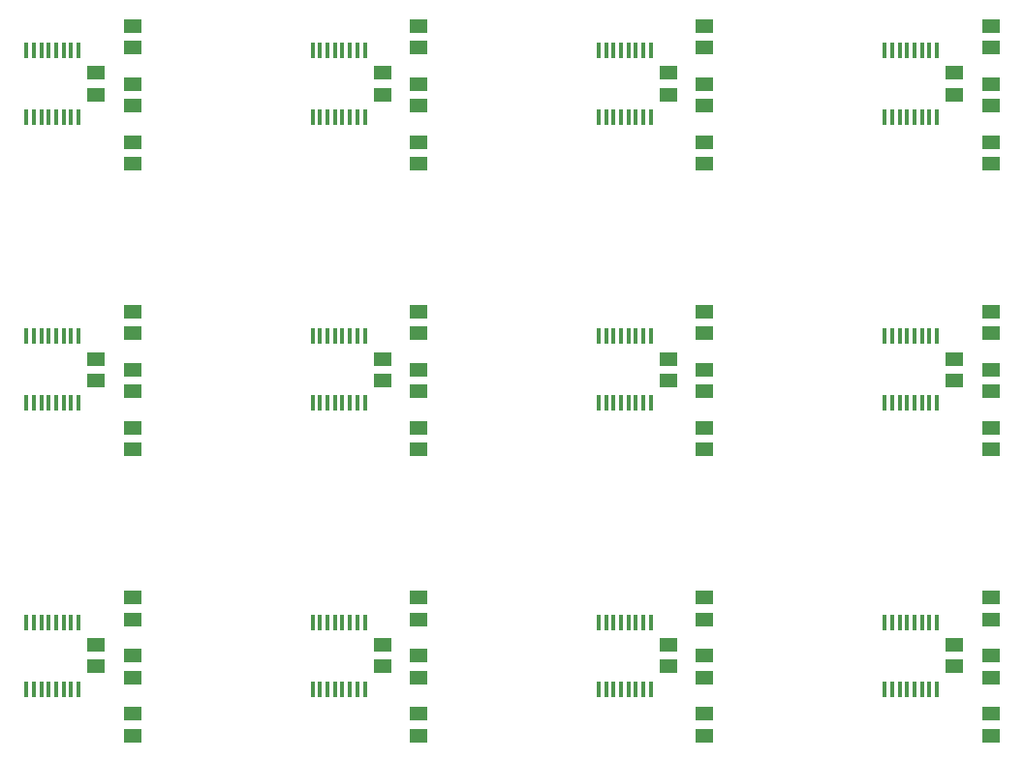
<source format=gbp>
G75*
%MOIN*%
%OFA0B0*%
%FSLAX25Y25*%
%IPPOS*%
%LPD*%
%AMOC8*
5,1,8,0,0,1.08239X$1,22.5*
%
%ADD10R,0.05906X0.05118*%
%ADD11R,0.06299X0.05118*%
%ADD12R,0.01400X0.05800*%
D10*
X0075750Y0035960D03*
X0075750Y0043440D03*
X0174175Y0043440D03*
X0174175Y0035960D03*
X0272600Y0035960D03*
X0272600Y0043440D03*
X0371026Y0043440D03*
X0371026Y0035960D03*
X0371026Y0134385D03*
X0371026Y0141865D03*
X0272600Y0141865D03*
X0272600Y0134385D03*
X0174175Y0134385D03*
X0174175Y0141865D03*
X0075750Y0141865D03*
X0075750Y0134385D03*
X0075750Y0232810D03*
X0075750Y0240291D03*
X0174175Y0240291D03*
X0174175Y0232810D03*
X0272600Y0232810D03*
X0272600Y0240291D03*
X0371026Y0240291D03*
X0371026Y0232810D03*
D11*
X0383526Y0236541D03*
X0383526Y0229060D03*
X0383526Y0216541D03*
X0383526Y0209060D03*
X0383526Y0249060D03*
X0383526Y0256541D03*
X0285100Y0256541D03*
X0285100Y0249060D03*
X0285100Y0236541D03*
X0285100Y0229060D03*
X0285100Y0216541D03*
X0285100Y0209060D03*
X0285100Y0158115D03*
X0285100Y0150635D03*
X0285100Y0138115D03*
X0285100Y0130635D03*
X0285100Y0118115D03*
X0285100Y0110635D03*
X0285100Y0059690D03*
X0285100Y0052210D03*
X0285100Y0039690D03*
X0285100Y0032210D03*
X0285100Y0019690D03*
X0285100Y0012210D03*
X0383526Y0012210D03*
X0383526Y0019690D03*
X0383526Y0032210D03*
X0383526Y0039690D03*
X0383526Y0052210D03*
X0383526Y0059690D03*
X0383526Y0110635D03*
X0383526Y0118115D03*
X0383526Y0130635D03*
X0383526Y0138115D03*
X0383526Y0150635D03*
X0383526Y0158115D03*
X0186675Y0158115D03*
X0186675Y0150635D03*
X0186675Y0138115D03*
X0186675Y0130635D03*
X0186675Y0118115D03*
X0186675Y0110635D03*
X0186675Y0059690D03*
X0186675Y0052210D03*
X0186675Y0039690D03*
X0186675Y0032210D03*
X0186675Y0019690D03*
X0186675Y0012210D03*
X0088250Y0012210D03*
X0088250Y0019690D03*
X0088250Y0032210D03*
X0088250Y0039690D03*
X0088250Y0052210D03*
X0088250Y0059690D03*
X0088250Y0110635D03*
X0088250Y0118115D03*
X0088250Y0130635D03*
X0088250Y0138115D03*
X0088250Y0150635D03*
X0088250Y0158115D03*
X0088250Y0209060D03*
X0088250Y0216541D03*
X0088250Y0229060D03*
X0088250Y0236541D03*
X0088250Y0249060D03*
X0088250Y0256541D03*
X0186675Y0256541D03*
X0186675Y0249060D03*
X0186675Y0236541D03*
X0186675Y0229060D03*
X0186675Y0216541D03*
X0186675Y0209060D03*
D12*
X0051750Y0028200D03*
X0054350Y0028200D03*
X0056950Y0028200D03*
X0059450Y0028200D03*
X0062050Y0028200D03*
X0064550Y0028200D03*
X0067150Y0028200D03*
X0069750Y0028200D03*
X0069750Y0051200D03*
X0067150Y0051200D03*
X0064550Y0051200D03*
X0062050Y0051200D03*
X0059450Y0051200D03*
X0056950Y0051200D03*
X0054350Y0051200D03*
X0051750Y0051200D03*
X0051750Y0126625D03*
X0054350Y0126625D03*
X0056950Y0126625D03*
X0059450Y0126625D03*
X0062050Y0126625D03*
X0064550Y0126625D03*
X0067150Y0126625D03*
X0069750Y0126625D03*
X0069750Y0149625D03*
X0067150Y0149625D03*
X0064550Y0149625D03*
X0062050Y0149625D03*
X0059450Y0149625D03*
X0056950Y0149625D03*
X0054350Y0149625D03*
X0051750Y0149625D03*
X0051750Y0225050D03*
X0054350Y0225050D03*
X0056950Y0225050D03*
X0059450Y0225050D03*
X0062050Y0225050D03*
X0064550Y0225050D03*
X0067150Y0225050D03*
X0069750Y0225050D03*
X0069750Y0248050D03*
X0067150Y0248050D03*
X0064550Y0248050D03*
X0062050Y0248050D03*
X0059450Y0248050D03*
X0056950Y0248050D03*
X0054350Y0248050D03*
X0051750Y0248050D03*
X0150175Y0248050D03*
X0152775Y0248050D03*
X0155375Y0248050D03*
X0157875Y0248050D03*
X0160475Y0248050D03*
X0162975Y0248050D03*
X0165575Y0248050D03*
X0168175Y0248050D03*
X0168175Y0225050D03*
X0165575Y0225050D03*
X0162975Y0225050D03*
X0160475Y0225050D03*
X0157875Y0225050D03*
X0155375Y0225050D03*
X0152775Y0225050D03*
X0150175Y0225050D03*
X0150175Y0149625D03*
X0152775Y0149625D03*
X0155375Y0149625D03*
X0157875Y0149625D03*
X0160475Y0149625D03*
X0162975Y0149625D03*
X0165575Y0149625D03*
X0168175Y0149625D03*
X0168175Y0126625D03*
X0165575Y0126625D03*
X0162975Y0126625D03*
X0160475Y0126625D03*
X0157875Y0126625D03*
X0155375Y0126625D03*
X0152775Y0126625D03*
X0150175Y0126625D03*
X0150175Y0051200D03*
X0152775Y0051200D03*
X0155375Y0051200D03*
X0157875Y0051200D03*
X0160475Y0051200D03*
X0162975Y0051200D03*
X0165575Y0051200D03*
X0168175Y0051200D03*
X0168175Y0028200D03*
X0165575Y0028200D03*
X0162975Y0028200D03*
X0160475Y0028200D03*
X0157875Y0028200D03*
X0155375Y0028200D03*
X0152775Y0028200D03*
X0150175Y0028200D03*
X0248600Y0028200D03*
X0251200Y0028200D03*
X0253800Y0028200D03*
X0256300Y0028200D03*
X0258900Y0028200D03*
X0261400Y0028200D03*
X0264000Y0028200D03*
X0266600Y0028200D03*
X0266600Y0051200D03*
X0264000Y0051200D03*
X0261400Y0051200D03*
X0258900Y0051200D03*
X0256300Y0051200D03*
X0253800Y0051200D03*
X0251200Y0051200D03*
X0248600Y0051200D03*
X0347026Y0051200D03*
X0349626Y0051200D03*
X0352226Y0051200D03*
X0354726Y0051200D03*
X0357326Y0051200D03*
X0359826Y0051200D03*
X0362426Y0051200D03*
X0365026Y0051200D03*
X0365026Y0028200D03*
X0362426Y0028200D03*
X0359826Y0028200D03*
X0357326Y0028200D03*
X0354726Y0028200D03*
X0352226Y0028200D03*
X0349626Y0028200D03*
X0347026Y0028200D03*
X0347026Y0126625D03*
X0349626Y0126625D03*
X0352226Y0126625D03*
X0354726Y0126625D03*
X0357326Y0126625D03*
X0359826Y0126625D03*
X0362426Y0126625D03*
X0365026Y0126625D03*
X0365026Y0149625D03*
X0362426Y0149625D03*
X0359826Y0149625D03*
X0357326Y0149625D03*
X0354726Y0149625D03*
X0352226Y0149625D03*
X0349626Y0149625D03*
X0347026Y0149625D03*
X0266600Y0149625D03*
X0264000Y0149625D03*
X0261400Y0149625D03*
X0258900Y0149625D03*
X0256300Y0149625D03*
X0253800Y0149625D03*
X0251200Y0149625D03*
X0248600Y0149625D03*
X0248600Y0126625D03*
X0251200Y0126625D03*
X0253800Y0126625D03*
X0256300Y0126625D03*
X0258900Y0126625D03*
X0261400Y0126625D03*
X0264000Y0126625D03*
X0266600Y0126625D03*
X0266600Y0225050D03*
X0264000Y0225050D03*
X0261400Y0225050D03*
X0258900Y0225050D03*
X0256300Y0225050D03*
X0253800Y0225050D03*
X0251200Y0225050D03*
X0248600Y0225050D03*
X0248600Y0248050D03*
X0251200Y0248050D03*
X0253800Y0248050D03*
X0256300Y0248050D03*
X0258900Y0248050D03*
X0261400Y0248050D03*
X0264000Y0248050D03*
X0266600Y0248050D03*
X0347026Y0248050D03*
X0349626Y0248050D03*
X0352226Y0248050D03*
X0354726Y0248050D03*
X0357326Y0248050D03*
X0359826Y0248050D03*
X0362426Y0248050D03*
X0365026Y0248050D03*
X0365026Y0225050D03*
X0362426Y0225050D03*
X0359826Y0225050D03*
X0357326Y0225050D03*
X0354726Y0225050D03*
X0352226Y0225050D03*
X0349626Y0225050D03*
X0347026Y0225050D03*
M02*

</source>
